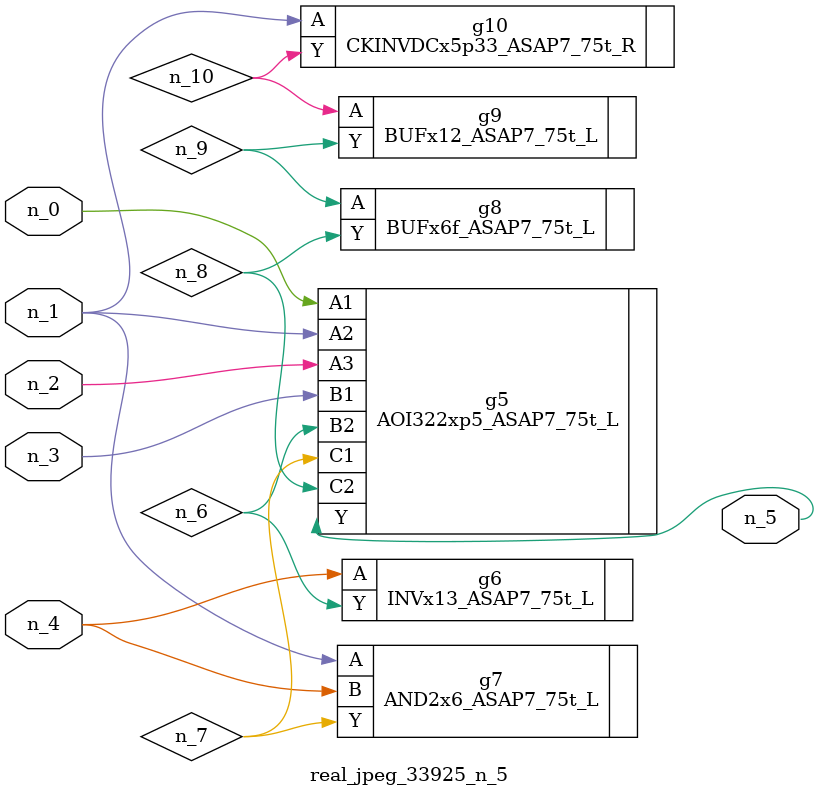
<source format=v>
module real_jpeg_33925_n_5 (n_4, n_0, n_1, n_2, n_3, n_5);

input n_4;
input n_0;
input n_1;
input n_2;
input n_3;

output n_5;

wire n_8;
wire n_6;
wire n_7;
wire n_10;
wire n_9;

AOI322xp5_ASAP7_75t_L g5 ( 
.A1(n_0),
.A2(n_1),
.A3(n_2),
.B1(n_3),
.B2(n_6),
.C1(n_7),
.C2(n_8),
.Y(n_5)
);

AND2x6_ASAP7_75t_L g7 ( 
.A(n_1),
.B(n_4),
.Y(n_7)
);

CKINVDCx5p33_ASAP7_75t_R g10 ( 
.A(n_1),
.Y(n_10)
);

INVx13_ASAP7_75t_L g6 ( 
.A(n_4),
.Y(n_6)
);

BUFx6f_ASAP7_75t_L g8 ( 
.A(n_9),
.Y(n_8)
);

BUFx12_ASAP7_75t_L g9 ( 
.A(n_10),
.Y(n_9)
);


endmodule
</source>
